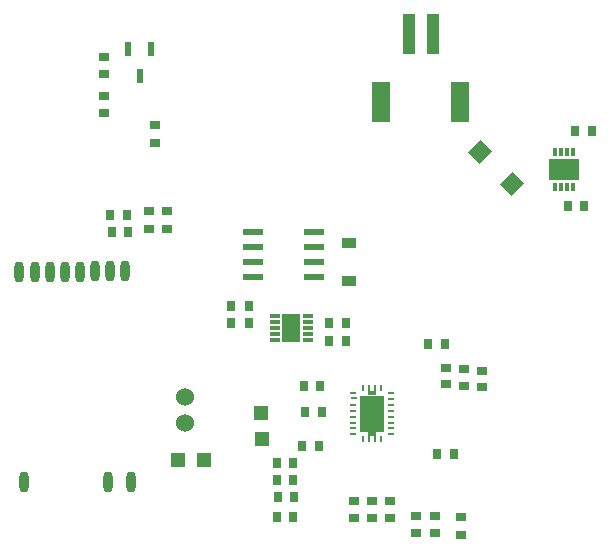
<source format=gtp>
G04*
G04 #@! TF.GenerationSoftware,Altium Limited,Altium Designer,18.0.12 (696)*
G04*
G04 Layer_Color=8421504*
%FSLAX44Y44*%
%MOMM*%
G71*
G01*
G75*
%ADD17R,0.9000X0.7000*%
%ADD18R,0.8000X0.9000*%
%ADD19O,0.8000X1.8000*%
%ADD20R,0.7000X0.9000*%
%ADD21R,1.2000X1.2000*%
%ADD22R,1.2000X1.2000*%
%ADD23R,0.9000X0.8000*%
%ADD24R,0.2400X0.6000*%
%ADD25R,0.6000X0.2400*%
%ADD26R,2.0500X3.0500*%
%ADD27R,0.7500X0.4000*%
%ADD28R,0.2000X0.5250*%
%ADD29R,0.3048X0.7874*%
%ADD30R,2.4892X1.7526*%
G04:AMPARAMS|DCode=31|XSize=1.5mm|YSize=1.4mm|CornerRadius=0mm|HoleSize=0mm|Usage=FLASHONLY|Rotation=45.000|XOffset=0mm|YOffset=0mm|HoleType=Round|Shape=Rectangle|*
%AMROTATEDRECTD31*
4,1,4,-0.0354,-1.0253,-1.0253,-0.0354,0.0354,1.0253,1.0253,0.0354,-0.0354,-1.0253,0.0*
%
%ADD31ROTATEDRECTD31*%

%ADD32R,1.5000X3.4000*%
%ADD33R,1.0000X3.5000*%
%ADD34R,0.6000X1.1500*%
%ADD35R,1.7500X0.5900*%
%ADD36R,0.8128X0.3048*%
%ADD37R,1.5748X2.3622*%
%ADD38C,1.5240*%
%ADD39R,1.2200X0.9100*%
G36*
X841694Y533176D02*
X816803D01*
Y550703D01*
X841694D01*
Y533176D01*
D02*
G37*
G36*
X670500Y351875D02*
X662997D01*
Y354360D01*
X670500D01*
Y351875D01*
D02*
G37*
G36*
X677000Y341510D02*
X667800D01*
Y350010D01*
X677000D01*
Y341510D01*
D02*
G37*
G36*
X665700D02*
X656500D01*
Y350010D01*
X665700D01*
Y341510D01*
D02*
G37*
G36*
X677000Y330860D02*
X667800D01*
Y339360D01*
X677000D01*
Y330860D01*
D02*
G37*
G36*
X665700D02*
X656500D01*
Y339360D01*
X665700D01*
Y330860D01*
D02*
G37*
G36*
X677000Y320210D02*
X667800D01*
Y328710D01*
X677000D01*
Y320210D01*
D02*
G37*
G36*
X665700D02*
X656500D01*
Y328710D01*
X665700D01*
Y320210D01*
D02*
G37*
G36*
X670500Y315848D02*
X662998D01*
Y318360D01*
X670500D01*
Y315848D01*
D02*
G37*
D17*
X482600Y564120D02*
D03*
Y579120D02*
D03*
X492760Y506610D02*
D03*
Y491610D02*
D03*
X477520Y506610D02*
D03*
Y491610D02*
D03*
X741680Y247600D02*
D03*
Y232600D02*
D03*
X439420Y604400D02*
D03*
Y589400D02*
D03*
Y637420D02*
D03*
Y622420D02*
D03*
X703580Y248750D02*
D03*
Y233750D02*
D03*
X720090Y233750D02*
D03*
Y248750D02*
D03*
D18*
X459120Y503493D02*
D03*
X445120D02*
D03*
X832470Y510540D02*
D03*
X846470D02*
D03*
X838820Y574040D02*
D03*
X852820D02*
D03*
X586090Y247650D02*
D03*
X600090D02*
D03*
X728360Y393700D02*
D03*
X714360D02*
D03*
X607680Y308037D02*
D03*
X621680D02*
D03*
X610220Y336550D02*
D03*
X624220D02*
D03*
X608950Y358140D02*
D03*
X622950D02*
D03*
X586090Y293370D02*
D03*
X600090D02*
D03*
X586963Y264160D02*
D03*
X600963D02*
D03*
X586090Y278703D02*
D03*
X600090D02*
D03*
X460390Y488950D02*
D03*
X446390D02*
D03*
D19*
X372110Y276860D02*
D03*
X443110D02*
D03*
X462710D02*
D03*
X381510Y455360D02*
D03*
X406810D02*
D03*
X419510D02*
D03*
X444910Y455460D02*
D03*
X394110Y455360D02*
D03*
X368110D02*
D03*
X457510Y455460D02*
D03*
X432310D02*
D03*
D20*
X547610Y411480D02*
D03*
X562610D02*
D03*
X630040Y396937D02*
D03*
X645040D02*
D03*
X562490Y426022D02*
D03*
X547490D02*
D03*
X630040Y411480D02*
D03*
X645040D02*
D03*
X736480Y300990D02*
D03*
X721480D02*
D03*
D21*
X502772Y295710D02*
D03*
X524510Y295910D02*
D03*
D22*
X573182Y335598D02*
D03*
X573382Y313860D02*
D03*
D23*
X651510Y261000D02*
D03*
Y247000D02*
D03*
X666750Y261000D02*
D03*
Y247000D02*
D03*
X681990D02*
D03*
Y261000D02*
D03*
X744220Y372760D02*
D03*
Y358760D02*
D03*
X759460Y371490D02*
D03*
Y357490D02*
D03*
X728980Y374030D02*
D03*
Y360030D02*
D03*
D24*
X659250Y356610D02*
D03*
X674250D02*
D03*
X659250Y313610D02*
D03*
X674250D02*
D03*
D25*
X650250Y337610D02*
D03*
Y332610D02*
D03*
Y327610D02*
D03*
Y322610D02*
D03*
Y317610D02*
D03*
Y342610D02*
D03*
X651750Y348110D02*
D03*
X650250Y352610D02*
D03*
X683250Y337610D02*
D03*
Y332610D02*
D03*
Y327610D02*
D03*
Y322610D02*
D03*
Y317610D02*
D03*
Y342610D02*
D03*
Y347610D02*
D03*
Y352610D02*
D03*
D26*
X666750Y335110D02*
D03*
D27*
Y352360D02*
D03*
Y317860D02*
D03*
D28*
X664000Y356985D02*
D03*
X669500D02*
D03*
Y313235D02*
D03*
X664000D02*
D03*
D29*
X821749Y527335D02*
D03*
X826749D02*
D03*
X831749D02*
D03*
X836749D02*
D03*
Y556544D02*
D03*
X831749D02*
D03*
X826749D02*
D03*
X821749D02*
D03*
D30*
X829249Y541940D02*
D03*
D31*
X785000Y529450D02*
D03*
X758130Y556320D02*
D03*
D32*
X674528Y599090D02*
D03*
X741527D02*
D03*
D33*
X698027Y656590D02*
D03*
X718027D02*
D03*
D34*
X469900Y621210D02*
D03*
X460400Y643710D02*
D03*
X479400D02*
D03*
D35*
X617670Y488950D02*
D03*
Y476250D02*
D03*
Y463550D02*
D03*
Y450850D02*
D03*
X565970D02*
D03*
Y463550D02*
D03*
Y476250D02*
D03*
Y488950D02*
D03*
D36*
X584200Y417576D02*
D03*
Y412750D02*
D03*
Y407670D02*
D03*
Y402590D02*
D03*
Y397764D02*
D03*
X612140D02*
D03*
Y402590D02*
D03*
Y407670D02*
D03*
Y412750D02*
D03*
Y417576D02*
D03*
D37*
X598170Y407670D02*
D03*
D38*
X508000Y348820D02*
D03*
Y326820D02*
D03*
D39*
X647582Y447200D02*
D03*
Y479900D02*
D03*
M02*

</source>
